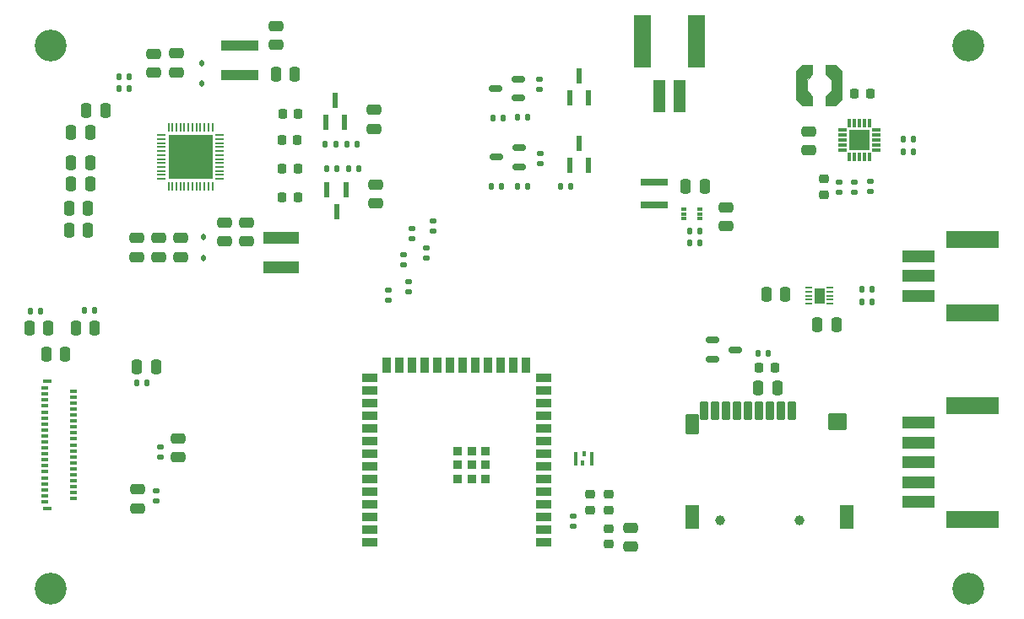
<source format=gts>
G04 #@! TF.GenerationSoftware,KiCad,Pcbnew,8.0.5*
G04 #@! TF.CreationDate,2025-06-12T17:02:52+03:00*
G04 #@! TF.ProjectId,Main Board,4d61696e-2042-46f6-9172-642e6b696361,rev?*
G04 #@! TF.SameCoordinates,Original*
G04 #@! TF.FileFunction,Soldermask,Top*
G04 #@! TF.FilePolarity,Negative*
%FSLAX46Y46*%
G04 Gerber Fmt 4.6, Leading zero omitted, Abs format (unit mm)*
G04 Created by KiCad (PCBNEW 8.0.5) date 2025-06-12 17:02:52*
%MOMM*%
%LPD*%
G01*
G04 APERTURE LIST*
G04 Aperture macros list*
%AMRoundRect*
0 Rectangle with rounded corners*
0 $1 Rounding radius*
0 $2 $3 $4 $5 $6 $7 $8 $9 X,Y pos of 4 corners*
0 Add a 4 corners polygon primitive as box body*
4,1,4,$2,$3,$4,$5,$6,$7,$8,$9,$2,$3,0*
0 Add four circle primitives for the rounded corners*
1,1,$1+$1,$2,$3*
1,1,$1+$1,$4,$5*
1,1,$1+$1,$6,$7*
1,1,$1+$1,$8,$9*
0 Add four rect primitives between the rounded corners*
20,1,$1+$1,$2,$3,$4,$5,0*
20,1,$1+$1,$4,$5,$6,$7,0*
20,1,$1+$1,$6,$7,$8,$9,0*
20,1,$1+$1,$8,$9,$2,$3,0*%
G04 Aperture macros list end*
%ADD10C,0.010000*%
%ADD11RoundRect,0.135000X0.135000X0.185000X-0.135000X0.185000X-0.135000X-0.185000X0.135000X-0.185000X0*%
%ADD12RoundRect,0.135000X0.185000X-0.135000X0.185000X0.135000X-0.185000X0.135000X-0.185000X-0.135000X0*%
%ADD13RoundRect,0.250000X-0.475000X0.250000X-0.475000X-0.250000X0.475000X-0.250000X0.475000X0.250000X0*%
%ADD14RoundRect,0.112500X-0.112500X0.187500X-0.112500X-0.187500X0.112500X-0.187500X0.112500X0.187500X0*%
%ADD15RoundRect,0.250000X0.475000X-0.250000X0.475000X0.250000X-0.475000X0.250000X-0.475000X-0.250000X0*%
%ADD16R,0.700000X0.200000*%
%ADD17R,1.000000X1.600000*%
%ADD18RoundRect,0.135000X-0.185000X0.135000X-0.185000X-0.135000X0.185000X-0.135000X0.185000X0.135000X0*%
%ADD19RoundRect,0.225000X-0.250000X0.225000X-0.250000X-0.225000X0.250000X-0.225000X0.250000X0.225000X0*%
%ADD20C,1.000000*%
%ADD21RoundRect,0.102000X-0.350000X-0.800000X0.350000X-0.800000X0.350000X0.800000X-0.350000X0.800000X0*%
%ADD22RoundRect,0.102000X-0.600000X-0.900000X0.600000X-0.900000X0.600000X0.900000X-0.600000X0.900000X0*%
%ADD23RoundRect,0.102000X-0.800000X-0.750000X0.800000X-0.750000X0.800000X0.750000X-0.800000X0.750000X0*%
%ADD24RoundRect,0.102000X-0.600000X-1.100000X0.600000X-1.100000X0.600000X1.100000X-0.600000X1.100000X0*%
%ADD25R,1.500000X0.900000*%
%ADD26R,0.900000X1.500000*%
%ADD27R,0.900000X0.900000*%
%ADD28RoundRect,0.135000X-0.135000X-0.185000X0.135000X-0.185000X0.135000X0.185000X-0.135000X0.185000X0*%
%ADD29R,0.406400X1.397000*%
%ADD30R,0.304800X0.508000*%
%ADD31RoundRect,0.250000X0.250000X0.475000X-0.250000X0.475000X-0.250000X-0.475000X0.250000X-0.475000X0*%
%ADD32R,1.244600X3.200400*%
%ADD33R,1.752600X5.359400*%
%ADD34R,3.600000X1.150000*%
%ADD35R,0.492000X0.300000*%
%ADD36R,0.900000X0.200000*%
%ADD37R,0.200000X0.900000*%
%ADD38R,4.500000X4.500000*%
%ADD39C,3.200000*%
%ADD40R,2.700000X0.800000*%
%ADD41RoundRect,0.225000X-0.225000X-0.250000X0.225000X-0.250000X0.225000X0.250000X-0.225000X0.250000X0*%
%ADD42RoundRect,0.112500X0.112500X-0.187500X0.112500X0.187500X-0.112500X0.187500X-0.112500X-0.187500X0*%
%ADD43R,3.700000X1.100000*%
%ADD44R,3.200400X1.244600*%
%ADD45R,5.359400X1.752600*%
%ADD46RoundRect,0.250000X-0.250000X-0.475000X0.250000X-0.475000X0.250000X0.475000X-0.250000X0.475000X0*%
%ADD47RoundRect,0.225000X0.225000X0.250000X-0.225000X0.250000X-0.225000X-0.250000X0.225000X-0.250000X0*%
%ADD48R,0.609600X1.574800*%
%ADD49RoundRect,0.225000X0.250000X-0.225000X0.250000X0.225000X-0.250000X0.225000X-0.250000X-0.225000X0*%
%ADD50R,0.900000X0.300000*%
%ADD51R,0.300000X0.900000*%
%ADD52R,2.150000X2.150000*%
%ADD53RoundRect,0.150000X-0.512500X-0.150000X0.512500X-0.150000X0.512500X0.150000X-0.512500X0.150000X0*%
%ADD54R,0.800000X0.300000*%
%ADD55R,0.650000X0.300000*%
%ADD56R,0.950000X0.400000*%
%ADD57RoundRect,0.150000X0.512500X0.150000X-0.512500X0.150000X-0.512500X-0.150000X0.512500X-0.150000X0*%
G04 APERTURE END LIST*
D10*
X180385000Y-44345680D02*
X179805000Y-44940681D01*
X179805000Y-46009319D01*
X180385000Y-46604320D01*
X180385000Y-47520000D01*
X179354110Y-47520000D01*
X178735000Y-46911950D01*
X178735000Y-44038050D01*
X179354110Y-43430000D01*
X180385000Y-43430000D01*
X180385000Y-44345680D01*
G36*
X180385000Y-44345680D02*
G01*
X179805000Y-44940681D01*
X179805000Y-46009319D01*
X180385000Y-46604320D01*
X180385000Y-47520000D01*
X179354110Y-47520000D01*
X178735000Y-46911950D01*
X178735000Y-44038050D01*
X179354110Y-43430000D01*
X180385000Y-43430000D01*
X180385000Y-44345680D01*
G37*
X183335000Y-44038050D02*
X183335000Y-46911950D01*
X182715890Y-47520000D01*
X181685000Y-47520000D01*
X181685000Y-46604320D01*
X182265000Y-46009319D01*
X182265000Y-44940681D01*
X181685000Y-44345680D01*
X181685000Y-43430000D01*
X182715890Y-43430000D01*
X183335000Y-44038050D01*
G36*
X183335000Y-44038050D02*
G01*
X183335000Y-46911950D01*
X182715890Y-47520000D01*
X181685000Y-47520000D01*
X181685000Y-46604320D01*
X182265000Y-46009319D01*
X182265000Y-44940681D01*
X181685000Y-44345680D01*
X181685000Y-43430000D01*
X182715890Y-43430000D01*
X183335000Y-44038050D01*
G37*
D11*
X113625000Y-75350000D03*
X112605000Y-75350000D03*
D12*
X142300000Y-60150000D03*
X142300000Y-59130000D03*
X137825000Y-67070000D03*
X137825000Y-66050000D03*
D13*
X116630000Y-42300000D03*
X116630000Y-44200000D03*
D14*
X119125000Y-43250000D03*
X119125000Y-45350000D03*
D11*
X111870000Y-44600000D03*
X110850000Y-44600000D03*
D15*
X117000000Y-62750000D03*
X117000000Y-60850000D03*
D16*
X182125000Y-67414966D03*
X182125000Y-67014966D03*
X182125000Y-66614966D03*
X182125000Y-66214966D03*
X182125000Y-65814966D03*
X180025000Y-65814966D03*
X180025000Y-66214966D03*
X180025000Y-66614966D03*
X180025000Y-67014966D03*
X180025000Y-67414966D03*
D17*
X181075000Y-66614966D03*
D11*
X169072100Y-61350000D03*
X168052100Y-61350000D03*
D18*
X140200000Y-59880000D03*
X140200000Y-60900000D03*
D19*
X181550000Y-54925000D03*
X181550000Y-56475000D03*
D11*
X134860000Y-53900000D03*
X133840000Y-53900000D03*
D13*
X162160000Y-89900000D03*
X162160000Y-91800000D03*
X123600000Y-59250000D03*
X123600000Y-61150000D03*
D11*
X151810000Y-55625000D03*
X150790000Y-55625000D03*
D20*
X171125000Y-89200000D03*
X179125000Y-89200000D03*
D21*
X178325000Y-78200000D03*
X177225000Y-78200000D03*
X176125000Y-78200000D03*
X175025000Y-78200000D03*
X173925000Y-78200000D03*
X172825000Y-78200000D03*
X171725000Y-78200000D03*
X170625000Y-78200000D03*
X169525000Y-78200000D03*
D22*
X168325000Y-79500000D03*
D23*
X182925000Y-79250000D03*
D24*
X168325000Y-88800000D03*
X183825000Y-88800000D03*
D11*
X149405000Y-48750000D03*
X148385000Y-48750000D03*
D25*
X153450000Y-91340000D03*
X153450000Y-90070000D03*
X153450000Y-88800000D03*
X153450000Y-87530000D03*
X153450000Y-86260000D03*
X153450000Y-84990000D03*
X153450000Y-83720000D03*
X153450000Y-82450000D03*
X153450000Y-81180000D03*
X153450000Y-79910000D03*
X153450000Y-78640000D03*
X153450000Y-77370000D03*
X153450000Y-76100000D03*
X153450000Y-74830000D03*
D26*
X151685000Y-73580000D03*
X150415000Y-73580000D03*
X149145000Y-73580000D03*
X147875000Y-73580000D03*
X146605000Y-73580000D03*
X145335000Y-73580000D03*
X144065000Y-73580000D03*
X142795000Y-73580000D03*
X141525000Y-73580000D03*
X140255000Y-73580000D03*
X138985000Y-73580000D03*
X137715000Y-73580000D03*
D25*
X135950000Y-74830000D03*
X135950000Y-76100000D03*
X135950000Y-77370000D03*
X135950000Y-78640000D03*
X135950000Y-79910000D03*
X135950000Y-81180000D03*
X135950000Y-82450000D03*
X135950000Y-83720000D03*
X135950000Y-84990000D03*
X135950000Y-86260000D03*
X135950000Y-87530000D03*
X135950000Y-88800000D03*
X135950000Y-90070000D03*
X135950000Y-91340000D03*
D27*
X146200000Y-83620000D03*
X146200000Y-85020000D03*
X147600000Y-85020000D03*
X147600000Y-83620000D03*
X147600000Y-82220000D03*
X146200000Y-82220000D03*
X144800000Y-82220000D03*
X144800000Y-83620000D03*
X144800000Y-85020000D03*
D28*
X131640000Y-53900000D03*
X132660000Y-53900000D03*
D29*
X158225000Y-82960000D03*
D30*
X157523974Y-82514001D03*
D29*
X156624998Y-82960000D03*
D30*
X157318999Y-83405999D03*
D31*
X177675000Y-66484966D03*
X175775000Y-66484966D03*
D15*
X112745000Y-87950000D03*
X112745000Y-86050000D03*
D12*
X139375000Y-63535000D03*
X139375000Y-62515000D03*
D32*
X167025001Y-46579000D03*
X165024999Y-46579000D03*
D33*
X168725000Y-41099001D03*
X163325000Y-41099001D03*
D15*
X112600000Y-62750000D03*
X112600000Y-60850000D03*
D12*
X186225000Y-56185000D03*
X186225000Y-55165000D03*
D34*
X127100000Y-60825000D03*
X127100000Y-63775000D03*
D35*
X169121100Y-58900000D03*
X169121100Y-58400000D03*
X169121100Y-57900000D03*
X167453100Y-57900000D03*
X167453100Y-58400000D03*
X167453100Y-58900000D03*
D36*
X115050000Y-50500000D03*
X115050000Y-50900000D03*
X115050000Y-51300000D03*
X115050000Y-51700000D03*
X115050000Y-52100000D03*
X115050000Y-52500000D03*
X115050000Y-52900000D03*
X115050000Y-53300000D03*
X115050000Y-53700000D03*
X115050000Y-54100000D03*
X115050000Y-54500000D03*
X115050000Y-54900000D03*
D37*
X115800000Y-55650000D03*
X116200000Y-55650000D03*
X116600000Y-55650000D03*
X117000000Y-55650000D03*
X117400000Y-55650000D03*
X117800000Y-55650000D03*
X118200000Y-55650000D03*
X118600000Y-55650000D03*
X119000000Y-55650000D03*
X119400000Y-55650000D03*
X119800000Y-55650000D03*
X120200000Y-55650000D03*
D36*
X120950000Y-54900000D03*
X120950000Y-54500000D03*
X120950000Y-54100000D03*
X120950000Y-53700000D03*
X120950000Y-53300000D03*
X120950000Y-52900000D03*
X120950000Y-52500000D03*
X120950000Y-52100000D03*
X120950000Y-51700000D03*
X120950000Y-51300000D03*
X120950000Y-50900000D03*
X120950000Y-50500000D03*
D37*
X120200000Y-49750000D03*
X119800000Y-49750000D03*
X119400000Y-49750000D03*
X119000000Y-49750000D03*
X118600000Y-49750000D03*
X118200000Y-49750000D03*
X117800000Y-49750000D03*
X117400000Y-49750000D03*
X117000000Y-49750000D03*
X116600000Y-49750000D03*
X116200000Y-49750000D03*
X115800000Y-49750000D03*
D38*
X118000000Y-52700000D03*
D39*
X104000000Y-41500000D03*
D40*
X164487100Y-57500000D03*
X164487100Y-55200000D03*
D41*
X175050000Y-73850000D03*
X176600000Y-73850000D03*
X127278000Y-48392200D03*
X128828000Y-48392200D03*
D11*
X186385000Y-67284966D03*
X185365000Y-67284966D03*
D42*
X119300000Y-62850000D03*
X119300000Y-60750000D03*
D43*
X122975000Y-44500000D03*
X122975000Y-41500000D03*
D44*
X190996000Y-87350000D03*
X190996000Y-85350001D03*
X190996000Y-83350000D03*
X190996000Y-81349999D03*
X190996000Y-79350000D03*
D45*
X196475999Y-89050001D03*
X196475999Y-77649999D03*
D31*
X107950000Y-53250000D03*
X106050000Y-53250000D03*
D46*
X105850000Y-57850000D03*
X107750000Y-57850000D03*
D28*
X155125000Y-55660000D03*
X156145000Y-55660000D03*
D44*
X190996000Y-66650001D03*
X190996000Y-64650000D03*
X190996000Y-62649999D03*
D45*
X196475999Y-68350000D03*
X196475999Y-60950000D03*
D13*
X116750000Y-80925000D03*
X116750000Y-82825000D03*
D28*
X107390000Y-68050000D03*
X108410000Y-68050000D03*
D31*
X107950000Y-50250000D03*
X106050000Y-50250000D03*
X182775000Y-69564966D03*
X180875000Y-69564966D03*
D39*
X196000000Y-96000000D03*
D47*
X128775000Y-53900000D03*
X127225000Y-53900000D03*
D28*
X110840000Y-45800000D03*
X111860000Y-45800000D03*
D31*
X103750000Y-69900000D03*
X101850000Y-69900000D03*
X128450000Y-44425000D03*
X126550000Y-44425000D03*
D13*
X114800000Y-60850000D03*
X114800000Y-62750000D03*
D28*
X189515000Y-52150000D03*
X190535000Y-52150000D03*
D39*
X104000000Y-96000000D03*
D48*
X156047500Y-53517200D03*
X157952500Y-53517200D03*
X157000000Y-51332800D03*
D46*
X167675000Y-55650000D03*
X169575000Y-55650000D03*
D11*
X102960000Y-68150000D03*
X101940000Y-68150000D03*
D49*
X159925000Y-88125000D03*
X159925000Y-86575000D03*
D13*
X180000000Y-50125000D03*
X180000000Y-52025000D03*
D48*
X156047500Y-46717200D03*
X157952500Y-46717200D03*
X157000000Y-44532800D03*
D12*
X183100000Y-56210000D03*
X183100000Y-55190000D03*
D11*
X151810000Y-48725000D03*
X150790000Y-48725000D03*
D31*
X107750000Y-60050000D03*
X105850000Y-60050000D03*
D46*
X106500000Y-69850000D03*
X108400000Y-69850000D03*
D11*
X186385000Y-66000000D03*
X185365000Y-66000000D03*
D48*
X133608000Y-56007800D03*
X131703000Y-56007800D03*
X132655500Y-58192200D03*
D11*
X175935000Y-72450000D03*
X174915000Y-72450000D03*
X190535000Y-50875000D03*
X189515000Y-50875000D03*
D50*
X183375000Y-50000000D03*
X183375000Y-50500000D03*
X183375000Y-51000000D03*
X183375000Y-51500000D03*
X183375000Y-52000000D03*
D51*
X184075000Y-52700000D03*
X184575000Y-52700000D03*
X185075000Y-52700000D03*
X185575000Y-52700000D03*
X186075000Y-52700000D03*
D50*
X186775000Y-52000000D03*
X186775000Y-51500000D03*
X186775000Y-51000000D03*
X186775000Y-50500000D03*
X186775000Y-50000000D03*
D51*
X186075000Y-49300000D03*
X185575000Y-49300000D03*
X185075000Y-49300000D03*
X184575000Y-49300000D03*
X184075000Y-49300000D03*
D52*
X185075000Y-51000000D03*
D15*
X126575000Y-41450000D03*
X126575000Y-39550000D03*
D41*
X184625000Y-46375000D03*
X186175000Y-46375000D03*
D12*
X153100000Y-53335000D03*
X153100000Y-52315000D03*
D13*
X114280000Y-42320000D03*
X114280000Y-44220000D03*
D46*
X174975000Y-75850000D03*
X176875000Y-75850000D03*
D28*
X131540000Y-51407800D03*
X132560000Y-51407800D03*
D12*
X141650000Y-62885000D03*
X141650000Y-61865000D03*
D13*
X136400000Y-47950000D03*
X136400000Y-49850000D03*
D15*
X121400000Y-61150000D03*
X121400000Y-59250000D03*
D11*
X149210000Y-55625000D03*
X148190000Y-55625000D03*
D12*
X153000000Y-45935000D03*
X153000000Y-44915000D03*
D46*
X107575000Y-48050000D03*
X109475000Y-48050000D03*
D49*
X158125000Y-88125000D03*
X158125000Y-86575000D03*
D53*
X170387500Y-71080000D03*
X170387500Y-72980000D03*
X172662500Y-72030000D03*
D13*
X136603000Y-55442200D03*
X136603000Y-57342200D03*
D39*
X196000000Y-41500000D03*
D54*
X103400000Y-75900000D03*
D55*
X106275000Y-76200000D03*
D54*
X103400000Y-76500000D03*
D55*
X106275000Y-76800000D03*
D54*
X103400000Y-77100000D03*
D55*
X106275000Y-77400000D03*
D54*
X103400000Y-77700000D03*
D55*
X106275000Y-78000000D03*
D54*
X103400000Y-78300000D03*
D55*
X106275000Y-78600000D03*
D54*
X103400000Y-78900000D03*
D55*
X106275000Y-79200000D03*
D54*
X103400000Y-79500000D03*
D55*
X106275000Y-79800000D03*
D54*
X103400000Y-80100000D03*
D55*
X106275000Y-80400000D03*
D54*
X103400000Y-80700000D03*
D55*
X106275000Y-81000000D03*
D54*
X103400000Y-81300000D03*
D55*
X106275000Y-81600000D03*
D54*
X103400000Y-81900000D03*
D55*
X106275000Y-82200000D03*
D54*
X103400000Y-82500000D03*
D55*
X106275000Y-82800000D03*
D54*
X103400000Y-83100000D03*
D55*
X106275000Y-83400000D03*
D54*
X103400000Y-83700000D03*
D55*
X106275000Y-84000000D03*
D54*
X103400000Y-84300000D03*
D55*
X106275000Y-84600000D03*
D54*
X103400000Y-84900000D03*
D55*
X106275000Y-85200000D03*
D54*
X103400000Y-85500000D03*
D55*
X106275000Y-85800000D03*
D54*
X103400000Y-86100000D03*
D55*
X106275000Y-86400000D03*
D54*
X103400000Y-86700000D03*
D55*
X106275000Y-87000000D03*
D54*
X103400000Y-87300000D03*
D56*
X103675000Y-75200000D03*
X103675000Y-88000000D03*
D18*
X115025000Y-81805000D03*
X115025000Y-82825000D03*
D19*
X159925000Y-90035000D03*
X159925000Y-91585000D03*
D48*
X131547500Y-49192200D03*
X133452500Y-49192200D03*
X132500000Y-47007800D03*
D41*
X127225000Y-56750000D03*
X128775000Y-56750000D03*
D11*
X134760000Y-51400000D03*
X133740000Y-51400000D03*
D13*
X171712100Y-57725000D03*
X171712100Y-59625000D03*
D31*
X105425000Y-72480000D03*
X103525000Y-72480000D03*
D18*
X184600000Y-55190000D03*
X184600000Y-56210000D03*
D46*
X106050000Y-55400000D03*
X107950000Y-55400000D03*
D12*
X114575000Y-87210000D03*
X114575000Y-86190000D03*
D57*
X150937500Y-53675000D03*
X150937500Y-51775000D03*
X148662500Y-52725000D03*
X150875000Y-46775000D03*
X150875000Y-44875000D03*
X148600000Y-45825000D03*
D31*
X114550000Y-73725000D03*
X112650000Y-73725000D03*
D28*
X168052100Y-60175000D03*
X169072100Y-60175000D03*
D18*
X139925000Y-65250000D03*
X139925000Y-66270000D03*
D41*
X127175000Y-51000000D03*
X128725000Y-51000000D03*
D18*
X156425000Y-88710000D03*
X156425000Y-89730000D03*
M02*

</source>
